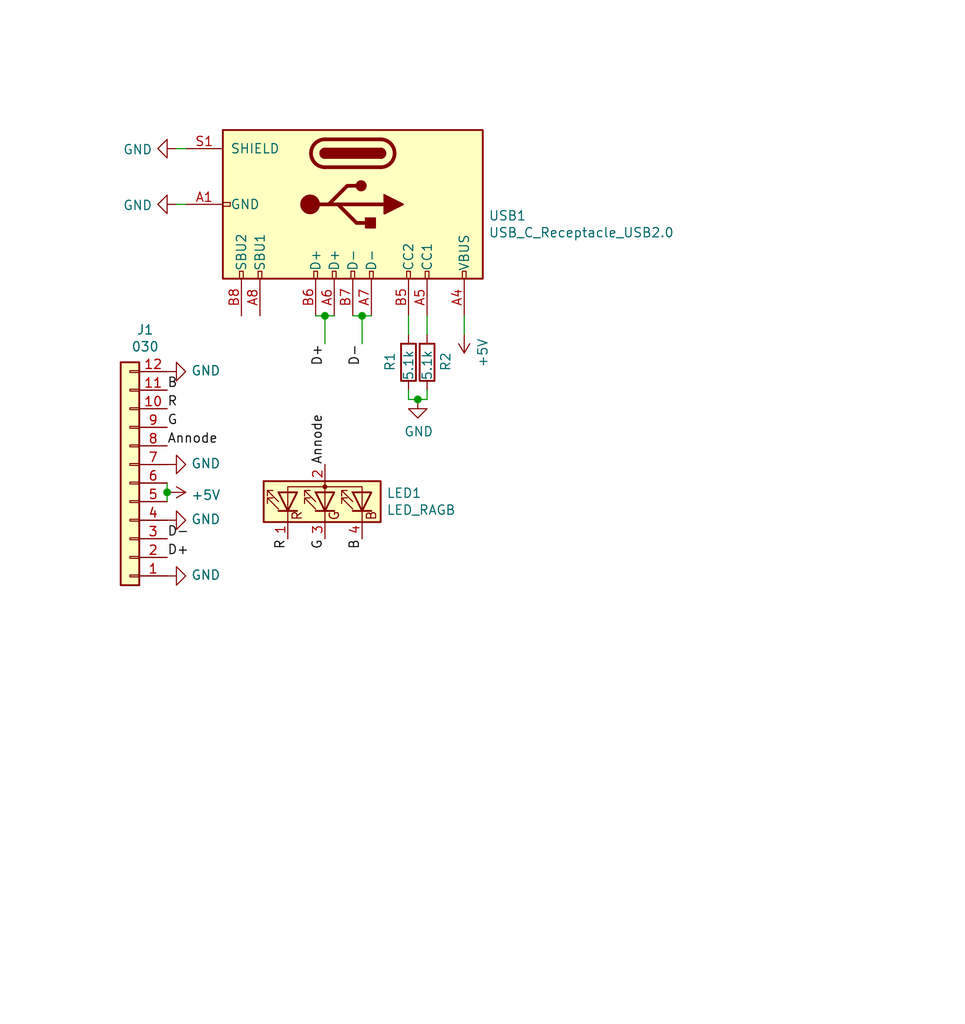
<source format=kicad_sch>
(kicad_sch (version 20211123) (generator eeschema)
  (paper "User" 132.004 140.005)
  (lib_symbols
    (symbol "Connector:USB_C_Receptacle_USB2.0" (pin_names (offset 1.016))
      (property "Reference" "J" (at -10.16 19.05 0))
      (property "Value" "USB_C_Receptacle_USB2.0" (at 19.05 19.05 0))
      (symbol "USB_C_Receptacle_USB2.0_0_0"
        (rectangle (start -0.254 -17.78) (end 0.254 -16.764))
        (rectangle (start 10.16 -14.986) (end 9.144 -15.494))
        (rectangle (start 10.16 -12.446) (end 9.144 -12.954))
        (rectangle (start 10.16 -4.826) (end 9.144 -5.334))
        (rectangle (start 10.16 -2.286) (end 9.144 -2.794))
        (rectangle (start 10.16 0.254) (end 9.144 -0.254))
        (rectangle (start 10.16 2.794) (end 9.144 2.286))
        (rectangle (start 10.16 7.874) (end 9.144 7.366))
        (rectangle (start 10.16 10.414) (end 9.144 9.906))
        (rectangle (start 10.16 15.494) (end 9.144 14.986))
      )
      (symbol "USB_C_Receptacle_USB2.0_0_1"
        (rectangle (start -10.16 17.78) (end 10.16 -17.78) (stroke (width 0.254)) (fill (type background)))
        (arc (start -8.89 -3.81) (mid -6.985 -5.715) (end -5.08 -3.81) (stroke (width 0.508)))
        (arc (start -7.62 -3.81) (mid -6.985 -4.445) (end -6.35 -3.81) (stroke (width 0.254)))
        (arc (start -7.62 -3.81) (mid -6.985 -4.445) (end -6.35 -3.81) (stroke (width 0.254)) (fill (type outline)))
        (rectangle (start -7.62 -3.81) (end -6.35 3.81) (stroke (width 0.254)) (fill (type outline)))
        (arc (start -6.35 3.81) (mid -6.985 4.445) (end -7.62 3.81) (stroke (width 0.254)))
        (arc (start -6.35 3.81) (mid -6.985 4.445) (end -7.62 3.81) (stroke (width 0.254)) (fill (type outline)))
        (arc (start -5.08 3.81) (mid -6.985 5.715) (end -8.89 3.81) (stroke (width 0.508)))
        (circle (center -2.54 1.143) (radius 0.635) (stroke (width 0.254)) (fill (type outline)))
        (circle (center 0 -5.842) (radius 1.27) (fill (type outline)))
        (polyline (pts (xy -8.89 -3.81) (xy -8.89 3.81)) (stroke (width 0.508)))
        (polyline (pts (xy -5.08 3.81) (xy -5.08 -3.81)) (stroke (width 0.508)))
        (polyline (pts (xy 0 -5.842) (xy 0 4.318)) (stroke (width 0.508)))
        (polyline (pts (xy 0 -3.302) (xy -2.54 -0.762) (xy -2.54 0.508)) (stroke (width 0.508)))
        (polyline (pts (xy 0 -2.032) (xy 2.54 0.508) (xy 2.54 1.778)) (stroke (width 0.508)))
        (polyline (pts (xy -1.27 4.318) (xy 0 6.858) (xy 1.27 4.318) (xy -1.27 4.318)) (stroke (width 0.254)) (fill (type outline)))
        (rectangle (start 1.905 1.778) (end 3.175 3.048) (stroke (width 0.254)) (fill (type outline)))
      )
      (symbol "USB_C_Receptacle_USB2.0_1_1"
        (pin passive line (at 0 -22.86 90) (length 5.08) (name "GND") (number "A1"))
        (pin passive line (at 0 -22.86 90) (length 5.08) hide (name "GND") (number "A12"))
        (pin passive line (at 15.24 15.24 180) (length 5.08) (name "VBUS") (number "A4"))
        (pin bidirectional line (at 15.24 10.16 180) (length 5.08) (name "CC1") (number "A5"))
        (pin bidirectional line (at 15.24 -2.54 180) (length 5.08) (name "D+") (number "A6"))
        (pin bidirectional line (at 15.24 2.54 180) (length 5.08) (name "D-") (number "A7"))
        (pin bidirectional line (at 15.24 -12.7 180) (length 5.08) (name "SBU1") (number "A8"))
        (pin passive line (at 15.24 15.24 180) (length 5.08) hide (name "VBUS") (number "A9"))
        (pin passive line (at 0 -22.86 90) (length 5.08) hide (name "GND") (number "B1"))
        (pin passive line (at 0 -22.86 90) (length 5.08) hide (name "GND") (number "B12"))
        (pin passive line (at 15.24 15.24 180) (length 5.08) hide (name "VBUS") (number "B4"))
        (pin bidirectional line (at 15.24 7.62 180) (length 5.08) (name "CC2") (number "B5"))
        (pin bidirectional line (at 15.24 -5.08 180) (length 5.08) (name "D+") (number "B6"))
        (pin bidirectional line (at 15.24 0 180) (length 5.08) (name "D-") (number "B7"))
        (pin bidirectional line (at 15.24 -15.24 180) (length 5.08) (name "SBU2") (number "B8"))
        (pin passive line (at 15.24 15.24 180) (length 5.08) hide (name "VBUS") (number "B9"))
        (pin passive line (at -7.62 -22.86 90) (length 5.08) (name "SHIELD") (number "S1"))
      )
    )
    (symbol "Connector_Generic:Conn_01x12" (pin_names (offset 1.016) hide)
      (property "Reference" "J" (at 0 15.24 0))
      (property "Value" "Conn_01x12" (at 0 -17.78 0))
      (symbol "Conn_01x12_1_1"
        (rectangle (start -1.27 -15.113) (end 0 -15.367) (stroke (width 0.1524)))
        (rectangle (start -1.27 -12.573) (end 0 -12.827) (stroke (width 0.1524)))
        (rectangle (start -1.27 -10.033) (end 0 -10.287) (stroke (width 0.1524)))
        (rectangle (start -1.27 -7.493) (end 0 -7.747) (stroke (width 0.1524)))
        (rectangle (start -1.27 -4.953) (end 0 -5.207) (stroke (width 0.1524)))
        (rectangle (start -1.27 -2.413) (end 0 -2.667) (stroke (width 0.1524)))
        (rectangle (start -1.27 0.127) (end 0 -0.127) (stroke (width 0.1524)))
        (rectangle (start -1.27 2.667) (end 0 2.413) (stroke (width 0.1524)))
        (rectangle (start -1.27 5.207) (end 0 4.953) (stroke (width 0.1524)))
        (rectangle (start -1.27 7.747) (end 0 7.493) (stroke (width 0.1524)))
        (rectangle (start -1.27 10.287) (end 0 10.033) (stroke (width 0.1524)))
        (rectangle (start -1.27 12.827) (end 0 12.573) (stroke (width 0.1524)))
        (rectangle (start -1.27 13.97) (end 1.27 -16.51) (stroke (width 0.254)) (fill (type background)))
        (pin passive line (at -5.08 12.7 0) (length 3.81) (name "Pin_1") (number "1"))
        (pin passive line (at -5.08 -10.16 0) (length 3.81) (name "Pin_10") (number "10"))
        (pin passive line (at -5.08 -12.7 0) (length 3.81) (name "Pin_11") (number "11"))
        (pin passive line (at -5.08 -15.24 0) (length 3.81) (name "Pin_12") (number "12"))
        (pin passive line (at -5.08 10.16 0) (length 3.81) (name "Pin_2") (number "2"))
        (pin passive line (at -5.08 7.62 0) (length 3.81) (name "Pin_3") (number "3"))
        (pin passive line (at -5.08 5.08 0) (length 3.81) (name "Pin_4") (number "4"))
        (pin passive line (at -5.08 2.54 0) (length 3.81) (name "Pin_5") (number "5"))
        (pin passive line (at -5.08 0 0) (length 3.81) (name "Pin_6") (number "6"))
        (pin passive line (at -5.08 -2.54 0) (length 3.81) (name "Pin_7") (number "7"))
        (pin passive line (at -5.08 -5.08 0) (length 3.81) (name "Pin_8") (number "8"))
        (pin passive line (at -5.08 -7.62 0) (length 3.81) (name "Pin_9") (number "9"))
      )
    )
    (symbol "Device:LED_RAGB" (pin_names (offset 0) hide)
      (property "Reference" "D" (at 0 9.398 0))
      (property "Value" "LED_RAGB" (at 0 -8.89 0))
      (symbol "LED_RAGB_0_0"
        (text "B" (at -1.905 -6.35 0) (effects (font (size 1.27 1.27))))
        (text "G" (at -1.905 -1.27 0) (effects (font (size 1.27 1.27))))
        (text "R" (at -1.905 3.81 0) (effects (font (size 1.27 1.27))))
      )
      (symbol "LED_RAGB_0_1"
        (polyline (pts (xy -1.27 -5.08) (xy -2.54 -5.08)))
        (polyline (pts (xy -1.27 -5.08) (xy 1.27 -5.08)))
        (polyline (pts (xy -1.27 -3.81) (xy -1.27 -6.35)) (stroke (width 0.254)))
        (polyline (pts (xy -1.27 0) (xy -2.54 0)))
        (polyline (pts (xy -1.27 1.27) (xy -1.27 -1.27)) (stroke (width 0.254)))
        (polyline (pts (xy -1.27 5.08) (xy -2.54 5.08)))
        (polyline (pts (xy -1.27 5.08) (xy 1.27 5.08)))
        (polyline (pts (xy -1.27 6.35) (xy -1.27 3.81)) (stroke (width 0.254)))
        (polyline (pts (xy 1.27 0) (xy -1.27 0)))
        (polyline (pts (xy 1.27 0) (xy 2.54 0)))
        (polyline (pts (xy -1.27 1.27) (xy -1.27 -1.27) (xy -1.27 -1.27)))
        (polyline (pts (xy -1.27 6.35) (xy -1.27 3.81) (xy -1.27 3.81)))
        (polyline (pts (xy 1.27 -5.08) (xy 2.032 -5.08) (xy 2.032 5.08) (xy 1.27 5.08)))
        (polyline (pts (xy 1.27 -3.81) (xy 1.27 -6.35) (xy -1.27 -5.08) (xy 1.27 -3.81)) (stroke (width 0.254)))
        (polyline (pts (xy 1.27 1.27) (xy 1.27 -1.27) (xy -1.27 0) (xy 1.27 1.27)) (stroke (width 0.254)))
        (polyline (pts (xy 1.27 6.35) (xy 1.27 3.81) (xy -1.27 5.08) (xy 1.27 6.35)) (stroke (width 0.254)))
        (polyline (pts (xy -1.016 -3.81) (xy 0.508 -2.286) (xy -0.254 -2.286) (xy 0.508 -2.286) (xy 0.508 -3.048)))
        (polyline (pts (xy -1.016 1.27) (xy 0.508 2.794) (xy -0.254 2.794) (xy 0.508 2.794) (xy 0.508 2.032)))
        (polyline (pts (xy -1.016 6.35) (xy 0.508 7.874) (xy -0.254 7.874) (xy 0.508 7.874) (xy 0.508 7.112)))
        (polyline (pts (xy 0 -3.81) (xy 1.524 -2.286) (xy 0.762 -2.286) (xy 1.524 -2.286) (xy 1.524 -3.048)))
        (polyline (pts (xy 0 1.27) (xy 1.524 2.794) (xy 0.762 2.794) (xy 1.524 2.794) (xy 1.524 2.032)))
        (polyline (pts (xy 0 6.35) (xy 1.524 7.874) (xy 0.762 7.874) (xy 1.524 7.874) (xy 1.524 7.112)))
        (rectangle (start 1.27 -1.27) (end 1.27 1.27))
        (rectangle (start 1.27 1.27) (end 1.27 1.27))
        (rectangle (start 1.27 3.81) (end 1.27 6.35))
        (rectangle (start 1.27 6.35) (end 1.27 6.35))
        (circle (center 2.032 0) (radius 0.254) (fill (type outline)))
        (rectangle (start 2.794 8.382) (end -2.794 -7.62) (stroke (width 0.254)) (fill (type background)))
      )
      (symbol "LED_RAGB_1_1"
        (pin passive line (at -5.08 5.08 0) (length 2.54) (name "RK") (number "1"))
        (pin passive line (at 5.08 0 180) (length 2.54) (name "A") (number "2"))
        (pin passive line (at -5.08 0 0) (length 2.54) (name "GK") (number "3"))
        (pin passive line (at -5.08 -5.08 0) (length 2.54) (name "BK") (number "4"))
      )
    )
    (symbol "Device:R" (pin_numbers hide) (pin_names (offset 0))
      (property "Reference" "R" (at 2.032 0 90))
      (property "Value" "R" (at 0 0 90))
      (symbol "R_0_1"
        (rectangle (start -1.016 -2.54) (end 1.016 2.54) (stroke (width 0.254)))
      )
      (symbol "R_1_1"
        (pin passive line (at 0 3.81 270) (length 1.27) (name "~") (number "1"))
        (pin passive line (at 0 -3.81 90) (length 1.27) (name "~") (number "2"))
      )
    )
    (symbol "power:+5V" (power) (pin_names (offset 0))
      (property "Value" "+5V" (at 0 3.556 0))
      (symbol "+5V_0_1"
        (polyline (pts (xy -0.762 1.27) (xy 0 2.54)))
        (polyline (pts (xy 0 0) (xy 0 2.54)))
        (polyline (pts (xy 0 2.54) (xy 0.762 1.27)))
      )
      (symbol "+5V_1_1"
        (pin power_in line (at 0 0 90) (length 0) hide (name "+5V") (number "1"))
      )
    )
    (symbol "power:GND" (power) (pin_names (offset 0))
      (property "Value" "GND" (at 0 -3.81 0))
      (symbol "GND_0_1"
        (polyline (pts (xy 0 0) (xy 0 -1.27) (xy 1.27 -1.27) (xy 0 -2.54) (xy -1.27 -1.27) (xy 0 -1.27)))
      )
      (symbol "GND_1_1"
        (pin power_in line (at 0 0 270) (length 0) hide (name "GND") (number "1"))
      )
    )
  )
  (junction (at 57.15 54.61))
  (junction (at 44.45 43.18))
  (junction (at 22.86 67.31))
  (junction (at 49.53 43.18))
  (wire (pts (xy 58.42 43.18) (xy 58.42 45.72)))
  (wire (pts (xy 58.42 53.34) (xy 58.42 54.61)))
  (wire (pts (xy 63.5 43.18) (xy 63.5 45.72)))
  (wire (pts (xy 48.26 43.18) (xy 49.53 43.18)))
  (wire (pts (xy 25.4 27.94) (xy 24.13 27.94)))
  (wire (pts (xy 58.42 54.61) (xy 57.15 54.61)))
  (wire (pts (xy 55.88 53.34) (xy 55.88 54.61)))
  (wire (pts (xy 49.53 43.18) (xy 49.53 46.99)))
  (wire (pts (xy 44.45 43.18) (xy 45.72 43.18)))
  (wire (pts (xy 43.18 43.18) (xy 44.45 43.18)))
  (wire (pts (xy 55.88 54.61) (xy 57.15 54.61)))
  (wire (pts (xy 22.86 67.31) (xy 22.86 68.58)))
  (wire (pts (xy 22.86 66.04) (xy 22.86 67.31)))
  (wire (pts (xy 49.53 43.18) (xy 50.8 43.18)))
  (wire (pts (xy 55.88 45.72) (xy 55.88 43.18)))
  (wire (pts (xy 25.4 20.32) (xy 24.13 20.32)))
  (wire (pts (xy 44.45 43.18) (xy 44.45 46.99)))
  (label "R" (at 39.37 73.66 270))
  (label "G" (at 22.86 58.42 0))
  (label "G" (at 44.45 73.66 270))
  (label "B" (at 49.53 73.66 270))
  (label "Annode" (at 22.86 60.96 0))
  (label "B" (at 22.86 53.34 0))
  (label "D+" (at 22.86 76.2 0))
  (label "R" (at 22.86 55.88 0))
  (label "Annode" (at 44.45 63.5 90))
  (label "D-" (at 49.53 46.99 270))
  (label "D-" (at 22.86 73.66 0))
  (label "D+" (at 44.45 46.99 270))
  (symbol (lib_id "Connector:USB_C_Receptacle_USB2.0") (at 48.26 27.94 270) (unit 1)
    (property "Reference" "USB1" (at 66.802 29.4894 90) (effects (justify left)))
    (property "Value" "USB_C_Receptacle_USB2.0" (at 66.802 31.8008 90) (effects (justify left)))
    (property "Footprint" "Connector_USB:USB_C_Receptacle_HRO_TYPE-C-31-M-12" (effects hide))
    (property "Datasheet" "https://www.usb.org/sites/default/files/documents/usb_type-c.zip" (effects hide))
  )
  (symbol (lib_id "power:GND") (at 24.13 20.32 270) (unit 1)
    (property "Reference" "#PWR0101" (effects hide))
    (property "Value" "GND" (at 20.8788 20.447 90) (effects (justify right)))
  )
  (symbol (lib_id "power:GND") (at 24.13 27.94 270) (unit 1)
    (property "Reference" "#PWR0102" (effects hide))
    (property "Value" "GND" (at 20.8788 28.067 90) (effects (justify right)))
  )
  (symbol (lib_id "Device:R") (at 55.88 49.53 0) (unit 1)
    (property "Reference" "R1" (at 53.34 50.8 90) (effects (justify left)))
    (property "Value" "5.1k" (at 55.88 52.07 90) (effects (justify left)))
    (property "Footprint" "Resistor_SMD:R_0603_1608Metric_Pad0.98x0.95mm_HandSolder" (effects hide))
  )
  (symbol (lib_id "Device:R") (at 58.42 49.53 180) (unit 1)
    (property "Reference" "R2" (at 60.96 50.8 90) (effects (justify right)))
    (property "Value" "5.1k" (at 58.42 52.07 90) (effects (justify right)))
    (property "Footprint" "Resistor_SMD:R_0603_1608Metric_Pad0.98x0.95mm_HandSolder" (effects hide))
  )
  (symbol (lib_id "power:GND") (at 57.15 54.61 0) (unit 1)
    (property "Reference" "#PWR0103" (effects hide))
    (property "Value" "GND" (at 57.277 59.0042 0))
  )
  (symbol (lib_id "power:+5V") (at 63.5 45.72 180) (unit 1)
    (property "Reference" "#PWR0104" (effects hide))
    (property "Value" "+5V" (at 66.04 48.26 90))
  )
  (symbol (lib_id "Connector_Generic:Conn_01x12") (at 17.78 66.04 180) (unit 1)
    (property "Reference" "J1" (at 19.8628 45.085 0))
    (property "Value" "030" (at 19.8628 47.3964 0))
    (property "Footprint" "Molex 5034801200:503480-1200" (effects hide))
  )
  (symbol (lib_id "power:GND") (at 22.86 78.74 90) (unit 1)
    (property "Reference" "#PWR0105" (effects hide))
    (property "Value" "GND" (at 26.1112 78.613 90) (effects (justify right)))
  )
  (symbol (lib_id "power:GND") (at 22.86 71.12 90) (unit 1)
    (property "Reference" "#PWR0106" (effects hide))
    (property "Value" "GND" (at 26.1112 70.993 90) (effects (justify right)))
  )
  (symbol (lib_id "power:GND") (at 22.86 63.5 90) (unit 1)
    (property "Reference" "#PWR0107" (effects hide))
    (property "Value" "GND" (at 26.1112 63.373 90) (effects (justify right)))
  )
  (symbol (lib_id "power:GND") (at 22.86 50.8 90) (unit 1)
    (property "Reference" "#PWR0108" (effects hide))
    (property "Value" "GND" (at 26.1112 50.673 90) (effects (justify right)))
  )
  (symbol (lib_id "power:+5V") (at 22.86 67.31 270) (unit 1)
    (property "Reference" "#PWR0109" (effects hide))
    (property "Value" "+5V" (at 26.1112 67.691 90) (effects (justify left)))
  )
  (symbol (lib_id "Device:LED_RAGB") (at 44.45 68.58 90) (unit 1)
    (property "Reference" "LED1" (at 52.832 67.4116 90) (effects (justify right)))
    (property "Value" "LED_RAGB" (at 52.832 69.723 90) (effects (justify right)))
    (property "Footprint" "New_LED:FM-3510RGBA-SG" (effects hide))
  )
)
</source>
